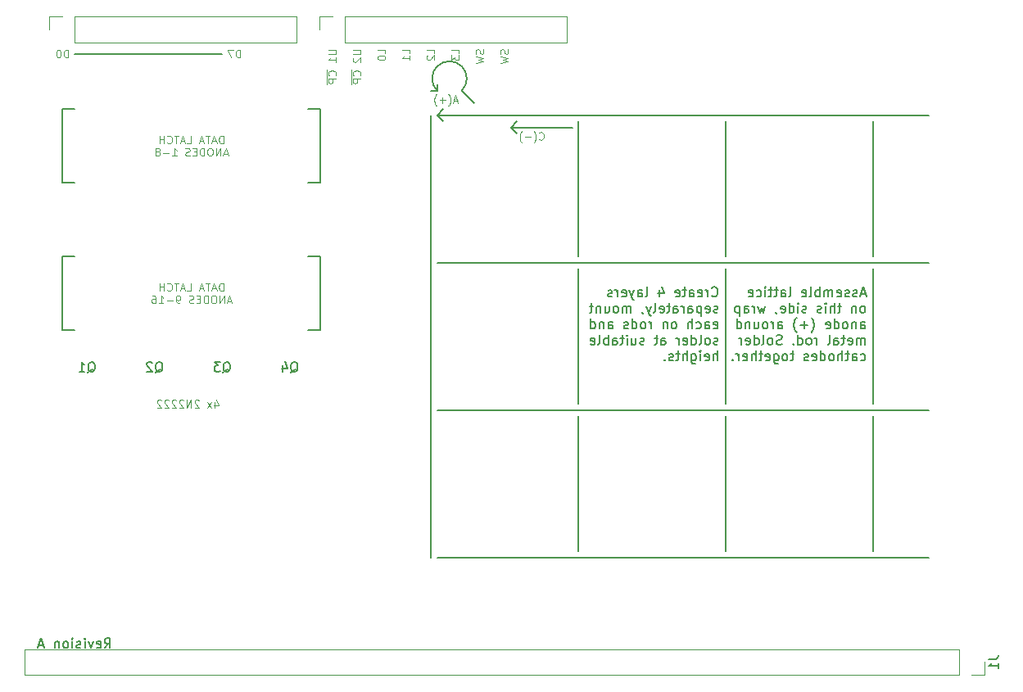
<source format=gbo>
G04 #@! TF.FileFunction,Legend,Bot*
%FSLAX46Y46*%
G04 Gerber Fmt 4.6, Leading zero omitted, Abs format (unit mm)*
G04 Created by KiCad (PCBNEW 4.0.7) date 12/31/19 01:12:01*
%MOMM*%
%LPD*%
G01*
G04 APERTURE LIST*
%ADD10C,0.100000*%
%ADD11C,0.200000*%
%ADD12C,0.150000*%
%ADD13C,0.120000*%
G04 APERTURE END LIST*
D10*
X144983047Y-87382333D02*
X144602095Y-87382333D01*
X145059238Y-87610905D02*
X144792571Y-86810905D01*
X144525904Y-87610905D01*
X144030666Y-87915667D02*
X144068762Y-87877571D01*
X144144952Y-87763286D01*
X144183047Y-87687095D01*
X144221143Y-87572810D01*
X144259238Y-87382333D01*
X144259238Y-87229952D01*
X144221143Y-87039476D01*
X144183047Y-86925190D01*
X144144952Y-86849000D01*
X144068762Y-86734714D01*
X144030666Y-86696619D01*
X143725905Y-87306143D02*
X143116381Y-87306143D01*
X143421143Y-87610905D02*
X143421143Y-87001381D01*
X142811619Y-87915667D02*
X142773524Y-87877571D01*
X142697334Y-87763286D01*
X142659238Y-87687095D01*
X142621143Y-87572810D01*
X142583048Y-87382333D01*
X142583048Y-87229952D01*
X142621143Y-87039476D01*
X142659238Y-86925190D01*
X142697334Y-86849000D01*
X142773524Y-86734714D01*
X142811619Y-86696619D01*
X153434952Y-91344714D02*
X153473047Y-91382810D01*
X153587333Y-91420905D01*
X153663523Y-91420905D01*
X153777809Y-91382810D01*
X153854000Y-91306619D01*
X153892095Y-91230429D01*
X153930190Y-91078048D01*
X153930190Y-90963762D01*
X153892095Y-90811381D01*
X153854000Y-90735190D01*
X153777809Y-90659000D01*
X153663523Y-90620905D01*
X153587333Y-90620905D01*
X153473047Y-90659000D01*
X153434952Y-90697095D01*
X152863523Y-91725667D02*
X152901619Y-91687571D01*
X152977809Y-91573286D01*
X153015904Y-91497095D01*
X153054000Y-91382810D01*
X153092095Y-91192333D01*
X153092095Y-91039952D01*
X153054000Y-90849476D01*
X153015904Y-90735190D01*
X152977809Y-90659000D01*
X152901619Y-90544714D01*
X152863523Y-90506619D01*
X152558762Y-91116143D02*
X151949238Y-91116143D01*
X151644476Y-91725667D02*
X151606381Y-91687571D01*
X151530191Y-91573286D01*
X151492095Y-91497095D01*
X151454000Y-91382810D01*
X151415905Y-91192333D01*
X151415905Y-91039952D01*
X151454000Y-90849476D01*
X151492095Y-90735190D01*
X151530191Y-90659000D01*
X151606381Y-90544714D01*
X151644476Y-90506619D01*
D11*
X156845000Y-90170000D02*
X150495000Y-90170000D01*
X150495000Y-90170000D02*
X151130000Y-90805000D01*
X150495000Y-90170000D02*
X151130000Y-89535000D01*
D12*
X171275476Y-107547143D02*
X171323095Y-107594762D01*
X171465952Y-107642381D01*
X171561190Y-107642381D01*
X171704048Y-107594762D01*
X171799286Y-107499524D01*
X171846905Y-107404286D01*
X171894524Y-107213810D01*
X171894524Y-107070952D01*
X171846905Y-106880476D01*
X171799286Y-106785238D01*
X171704048Y-106690000D01*
X171561190Y-106642381D01*
X171465952Y-106642381D01*
X171323095Y-106690000D01*
X171275476Y-106737619D01*
X170846905Y-107642381D02*
X170846905Y-106975714D01*
X170846905Y-107166190D02*
X170799286Y-107070952D01*
X170751667Y-107023333D01*
X170656429Y-106975714D01*
X170561190Y-106975714D01*
X169846904Y-107594762D02*
X169942142Y-107642381D01*
X170132619Y-107642381D01*
X170227857Y-107594762D01*
X170275476Y-107499524D01*
X170275476Y-107118571D01*
X170227857Y-107023333D01*
X170132619Y-106975714D01*
X169942142Y-106975714D01*
X169846904Y-107023333D01*
X169799285Y-107118571D01*
X169799285Y-107213810D01*
X170275476Y-107309048D01*
X168942142Y-107642381D02*
X168942142Y-107118571D01*
X168989761Y-107023333D01*
X169084999Y-106975714D01*
X169275476Y-106975714D01*
X169370714Y-107023333D01*
X168942142Y-107594762D02*
X169037380Y-107642381D01*
X169275476Y-107642381D01*
X169370714Y-107594762D01*
X169418333Y-107499524D01*
X169418333Y-107404286D01*
X169370714Y-107309048D01*
X169275476Y-107261429D01*
X169037380Y-107261429D01*
X168942142Y-107213810D01*
X168608809Y-106975714D02*
X168227857Y-106975714D01*
X168465952Y-106642381D02*
X168465952Y-107499524D01*
X168418333Y-107594762D01*
X168323095Y-107642381D01*
X168227857Y-107642381D01*
X167513570Y-107594762D02*
X167608808Y-107642381D01*
X167799285Y-107642381D01*
X167894523Y-107594762D01*
X167942142Y-107499524D01*
X167942142Y-107118571D01*
X167894523Y-107023333D01*
X167799285Y-106975714D01*
X167608808Y-106975714D01*
X167513570Y-107023333D01*
X167465951Y-107118571D01*
X167465951Y-107213810D01*
X167942142Y-107309048D01*
X165846903Y-106975714D02*
X165846903Y-107642381D01*
X166084999Y-106594762D02*
X166323094Y-107309048D01*
X165704046Y-107309048D01*
X164418332Y-107642381D02*
X164513570Y-107594762D01*
X164561189Y-107499524D01*
X164561189Y-106642381D01*
X163608807Y-107642381D02*
X163608807Y-107118571D01*
X163656426Y-107023333D01*
X163751664Y-106975714D01*
X163942141Y-106975714D01*
X164037379Y-107023333D01*
X163608807Y-107594762D02*
X163704045Y-107642381D01*
X163942141Y-107642381D01*
X164037379Y-107594762D01*
X164084998Y-107499524D01*
X164084998Y-107404286D01*
X164037379Y-107309048D01*
X163942141Y-107261429D01*
X163704045Y-107261429D01*
X163608807Y-107213810D01*
X163227855Y-106975714D02*
X162989760Y-107642381D01*
X162751664Y-106975714D02*
X162989760Y-107642381D01*
X163084998Y-107880476D01*
X163132617Y-107928095D01*
X163227855Y-107975714D01*
X161989759Y-107594762D02*
X162084997Y-107642381D01*
X162275474Y-107642381D01*
X162370712Y-107594762D01*
X162418331Y-107499524D01*
X162418331Y-107118571D01*
X162370712Y-107023333D01*
X162275474Y-106975714D01*
X162084997Y-106975714D01*
X161989759Y-107023333D01*
X161942140Y-107118571D01*
X161942140Y-107213810D01*
X162418331Y-107309048D01*
X161513569Y-107642381D02*
X161513569Y-106975714D01*
X161513569Y-107166190D02*
X161465950Y-107070952D01*
X161418331Y-107023333D01*
X161323093Y-106975714D01*
X161227854Y-106975714D01*
X160942140Y-107594762D02*
X160846902Y-107642381D01*
X160656426Y-107642381D01*
X160561187Y-107594762D01*
X160513568Y-107499524D01*
X160513568Y-107451905D01*
X160561187Y-107356667D01*
X160656426Y-107309048D01*
X160799283Y-107309048D01*
X160894521Y-107261429D01*
X160942140Y-107166190D01*
X160942140Y-107118571D01*
X160894521Y-107023333D01*
X160799283Y-106975714D01*
X160656426Y-106975714D01*
X160561187Y-107023333D01*
X171894524Y-109244762D02*
X171799286Y-109292381D01*
X171608810Y-109292381D01*
X171513571Y-109244762D01*
X171465952Y-109149524D01*
X171465952Y-109101905D01*
X171513571Y-109006667D01*
X171608810Y-108959048D01*
X171751667Y-108959048D01*
X171846905Y-108911429D01*
X171894524Y-108816190D01*
X171894524Y-108768571D01*
X171846905Y-108673333D01*
X171751667Y-108625714D01*
X171608810Y-108625714D01*
X171513571Y-108673333D01*
X170656428Y-109244762D02*
X170751666Y-109292381D01*
X170942143Y-109292381D01*
X171037381Y-109244762D01*
X171085000Y-109149524D01*
X171085000Y-108768571D01*
X171037381Y-108673333D01*
X170942143Y-108625714D01*
X170751666Y-108625714D01*
X170656428Y-108673333D01*
X170608809Y-108768571D01*
X170608809Y-108863810D01*
X171085000Y-108959048D01*
X170180238Y-108625714D02*
X170180238Y-109625714D01*
X170180238Y-108673333D02*
X170085000Y-108625714D01*
X169894523Y-108625714D01*
X169799285Y-108673333D01*
X169751666Y-108720952D01*
X169704047Y-108816190D01*
X169704047Y-109101905D01*
X169751666Y-109197143D01*
X169799285Y-109244762D01*
X169894523Y-109292381D01*
X170085000Y-109292381D01*
X170180238Y-109244762D01*
X168846904Y-109292381D02*
X168846904Y-108768571D01*
X168894523Y-108673333D01*
X168989761Y-108625714D01*
X169180238Y-108625714D01*
X169275476Y-108673333D01*
X168846904Y-109244762D02*
X168942142Y-109292381D01*
X169180238Y-109292381D01*
X169275476Y-109244762D01*
X169323095Y-109149524D01*
X169323095Y-109054286D01*
X169275476Y-108959048D01*
X169180238Y-108911429D01*
X168942142Y-108911429D01*
X168846904Y-108863810D01*
X168370714Y-109292381D02*
X168370714Y-108625714D01*
X168370714Y-108816190D02*
X168323095Y-108720952D01*
X168275476Y-108673333D01*
X168180238Y-108625714D01*
X168084999Y-108625714D01*
X167323094Y-109292381D02*
X167323094Y-108768571D01*
X167370713Y-108673333D01*
X167465951Y-108625714D01*
X167656428Y-108625714D01*
X167751666Y-108673333D01*
X167323094Y-109244762D02*
X167418332Y-109292381D01*
X167656428Y-109292381D01*
X167751666Y-109244762D01*
X167799285Y-109149524D01*
X167799285Y-109054286D01*
X167751666Y-108959048D01*
X167656428Y-108911429D01*
X167418332Y-108911429D01*
X167323094Y-108863810D01*
X166989761Y-108625714D02*
X166608809Y-108625714D01*
X166846904Y-108292381D02*
X166846904Y-109149524D01*
X166799285Y-109244762D01*
X166704047Y-109292381D01*
X166608809Y-109292381D01*
X165894522Y-109244762D02*
X165989760Y-109292381D01*
X166180237Y-109292381D01*
X166275475Y-109244762D01*
X166323094Y-109149524D01*
X166323094Y-108768571D01*
X166275475Y-108673333D01*
X166180237Y-108625714D01*
X165989760Y-108625714D01*
X165894522Y-108673333D01*
X165846903Y-108768571D01*
X165846903Y-108863810D01*
X166323094Y-108959048D01*
X165275475Y-109292381D02*
X165370713Y-109244762D01*
X165418332Y-109149524D01*
X165418332Y-108292381D01*
X164989760Y-108625714D02*
X164751665Y-109292381D01*
X164513569Y-108625714D02*
X164751665Y-109292381D01*
X164846903Y-109530476D01*
X164894522Y-109578095D01*
X164989760Y-109625714D01*
X164084998Y-109244762D02*
X164084998Y-109292381D01*
X164132617Y-109387619D01*
X164180236Y-109435238D01*
X162894522Y-109292381D02*
X162894522Y-108625714D01*
X162894522Y-108720952D02*
X162846903Y-108673333D01*
X162751665Y-108625714D01*
X162608807Y-108625714D01*
X162513569Y-108673333D01*
X162465950Y-108768571D01*
X162465950Y-109292381D01*
X162465950Y-108768571D02*
X162418331Y-108673333D01*
X162323093Y-108625714D01*
X162180236Y-108625714D01*
X162084998Y-108673333D01*
X162037379Y-108768571D01*
X162037379Y-109292381D01*
X161418332Y-109292381D02*
X161513570Y-109244762D01*
X161561189Y-109197143D01*
X161608808Y-109101905D01*
X161608808Y-108816190D01*
X161561189Y-108720952D01*
X161513570Y-108673333D01*
X161418332Y-108625714D01*
X161275474Y-108625714D01*
X161180236Y-108673333D01*
X161132617Y-108720952D01*
X161084998Y-108816190D01*
X161084998Y-109101905D01*
X161132617Y-109197143D01*
X161180236Y-109244762D01*
X161275474Y-109292381D01*
X161418332Y-109292381D01*
X160227855Y-108625714D02*
X160227855Y-109292381D01*
X160656427Y-108625714D02*
X160656427Y-109149524D01*
X160608808Y-109244762D01*
X160513570Y-109292381D01*
X160370712Y-109292381D01*
X160275474Y-109244762D01*
X160227855Y-109197143D01*
X159751665Y-108625714D02*
X159751665Y-109292381D01*
X159751665Y-108720952D02*
X159704046Y-108673333D01*
X159608808Y-108625714D01*
X159465950Y-108625714D01*
X159370712Y-108673333D01*
X159323093Y-108768571D01*
X159323093Y-109292381D01*
X158989760Y-108625714D02*
X158608808Y-108625714D01*
X158846903Y-108292381D02*
X158846903Y-109149524D01*
X158799284Y-109244762D01*
X158704046Y-109292381D01*
X158608808Y-109292381D01*
X171465952Y-110894762D02*
X171561190Y-110942381D01*
X171751667Y-110942381D01*
X171846905Y-110894762D01*
X171894524Y-110799524D01*
X171894524Y-110418571D01*
X171846905Y-110323333D01*
X171751667Y-110275714D01*
X171561190Y-110275714D01*
X171465952Y-110323333D01*
X171418333Y-110418571D01*
X171418333Y-110513810D01*
X171894524Y-110609048D01*
X170561190Y-110942381D02*
X170561190Y-110418571D01*
X170608809Y-110323333D01*
X170704047Y-110275714D01*
X170894524Y-110275714D01*
X170989762Y-110323333D01*
X170561190Y-110894762D02*
X170656428Y-110942381D01*
X170894524Y-110942381D01*
X170989762Y-110894762D01*
X171037381Y-110799524D01*
X171037381Y-110704286D01*
X170989762Y-110609048D01*
X170894524Y-110561429D01*
X170656428Y-110561429D01*
X170561190Y-110513810D01*
X169656428Y-110894762D02*
X169751666Y-110942381D01*
X169942143Y-110942381D01*
X170037381Y-110894762D01*
X170085000Y-110847143D01*
X170132619Y-110751905D01*
X170132619Y-110466190D01*
X170085000Y-110370952D01*
X170037381Y-110323333D01*
X169942143Y-110275714D01*
X169751666Y-110275714D01*
X169656428Y-110323333D01*
X169227857Y-110942381D02*
X169227857Y-109942381D01*
X168799285Y-110942381D02*
X168799285Y-110418571D01*
X168846904Y-110323333D01*
X168942142Y-110275714D01*
X169085000Y-110275714D01*
X169180238Y-110323333D01*
X169227857Y-110370952D01*
X167418333Y-110942381D02*
X167513571Y-110894762D01*
X167561190Y-110847143D01*
X167608809Y-110751905D01*
X167608809Y-110466190D01*
X167561190Y-110370952D01*
X167513571Y-110323333D01*
X167418333Y-110275714D01*
X167275475Y-110275714D01*
X167180237Y-110323333D01*
X167132618Y-110370952D01*
X167084999Y-110466190D01*
X167084999Y-110751905D01*
X167132618Y-110847143D01*
X167180237Y-110894762D01*
X167275475Y-110942381D01*
X167418333Y-110942381D01*
X166656428Y-110275714D02*
X166656428Y-110942381D01*
X166656428Y-110370952D02*
X166608809Y-110323333D01*
X166513571Y-110275714D01*
X166370713Y-110275714D01*
X166275475Y-110323333D01*
X166227856Y-110418571D01*
X166227856Y-110942381D01*
X164989761Y-110942381D02*
X164989761Y-110275714D01*
X164989761Y-110466190D02*
X164942142Y-110370952D01*
X164894523Y-110323333D01*
X164799285Y-110275714D01*
X164704046Y-110275714D01*
X164227856Y-110942381D02*
X164323094Y-110894762D01*
X164370713Y-110847143D01*
X164418332Y-110751905D01*
X164418332Y-110466190D01*
X164370713Y-110370952D01*
X164323094Y-110323333D01*
X164227856Y-110275714D01*
X164084998Y-110275714D01*
X163989760Y-110323333D01*
X163942141Y-110370952D01*
X163894522Y-110466190D01*
X163894522Y-110751905D01*
X163942141Y-110847143D01*
X163989760Y-110894762D01*
X164084998Y-110942381D01*
X164227856Y-110942381D01*
X163037379Y-110942381D02*
X163037379Y-109942381D01*
X163037379Y-110894762D02*
X163132617Y-110942381D01*
X163323094Y-110942381D01*
X163418332Y-110894762D01*
X163465951Y-110847143D01*
X163513570Y-110751905D01*
X163513570Y-110466190D01*
X163465951Y-110370952D01*
X163418332Y-110323333D01*
X163323094Y-110275714D01*
X163132617Y-110275714D01*
X163037379Y-110323333D01*
X162608808Y-110894762D02*
X162513570Y-110942381D01*
X162323094Y-110942381D01*
X162227855Y-110894762D01*
X162180236Y-110799524D01*
X162180236Y-110751905D01*
X162227855Y-110656667D01*
X162323094Y-110609048D01*
X162465951Y-110609048D01*
X162561189Y-110561429D01*
X162608808Y-110466190D01*
X162608808Y-110418571D01*
X162561189Y-110323333D01*
X162465951Y-110275714D01*
X162323094Y-110275714D01*
X162227855Y-110323333D01*
X160561188Y-110942381D02*
X160561188Y-110418571D01*
X160608807Y-110323333D01*
X160704045Y-110275714D01*
X160894522Y-110275714D01*
X160989760Y-110323333D01*
X160561188Y-110894762D02*
X160656426Y-110942381D01*
X160894522Y-110942381D01*
X160989760Y-110894762D01*
X161037379Y-110799524D01*
X161037379Y-110704286D01*
X160989760Y-110609048D01*
X160894522Y-110561429D01*
X160656426Y-110561429D01*
X160561188Y-110513810D01*
X160084998Y-110275714D02*
X160084998Y-110942381D01*
X160084998Y-110370952D02*
X160037379Y-110323333D01*
X159942141Y-110275714D01*
X159799283Y-110275714D01*
X159704045Y-110323333D01*
X159656426Y-110418571D01*
X159656426Y-110942381D01*
X158751664Y-110942381D02*
X158751664Y-109942381D01*
X158751664Y-110894762D02*
X158846902Y-110942381D01*
X159037379Y-110942381D01*
X159132617Y-110894762D01*
X159180236Y-110847143D01*
X159227855Y-110751905D01*
X159227855Y-110466190D01*
X159180236Y-110370952D01*
X159132617Y-110323333D01*
X159037379Y-110275714D01*
X158846902Y-110275714D01*
X158751664Y-110323333D01*
X171894524Y-112544762D02*
X171799286Y-112592381D01*
X171608810Y-112592381D01*
X171513571Y-112544762D01*
X171465952Y-112449524D01*
X171465952Y-112401905D01*
X171513571Y-112306667D01*
X171608810Y-112259048D01*
X171751667Y-112259048D01*
X171846905Y-112211429D01*
X171894524Y-112116190D01*
X171894524Y-112068571D01*
X171846905Y-111973333D01*
X171751667Y-111925714D01*
X171608810Y-111925714D01*
X171513571Y-111973333D01*
X170894524Y-112592381D02*
X170989762Y-112544762D01*
X171037381Y-112497143D01*
X171085000Y-112401905D01*
X171085000Y-112116190D01*
X171037381Y-112020952D01*
X170989762Y-111973333D01*
X170894524Y-111925714D01*
X170751666Y-111925714D01*
X170656428Y-111973333D01*
X170608809Y-112020952D01*
X170561190Y-112116190D01*
X170561190Y-112401905D01*
X170608809Y-112497143D01*
X170656428Y-112544762D01*
X170751666Y-112592381D01*
X170894524Y-112592381D01*
X169989762Y-112592381D02*
X170085000Y-112544762D01*
X170132619Y-112449524D01*
X170132619Y-111592381D01*
X169180237Y-112592381D02*
X169180237Y-111592381D01*
X169180237Y-112544762D02*
X169275475Y-112592381D01*
X169465952Y-112592381D01*
X169561190Y-112544762D01*
X169608809Y-112497143D01*
X169656428Y-112401905D01*
X169656428Y-112116190D01*
X169608809Y-112020952D01*
X169561190Y-111973333D01*
X169465952Y-111925714D01*
X169275475Y-111925714D01*
X169180237Y-111973333D01*
X168323094Y-112544762D02*
X168418332Y-112592381D01*
X168608809Y-112592381D01*
X168704047Y-112544762D01*
X168751666Y-112449524D01*
X168751666Y-112068571D01*
X168704047Y-111973333D01*
X168608809Y-111925714D01*
X168418332Y-111925714D01*
X168323094Y-111973333D01*
X168275475Y-112068571D01*
X168275475Y-112163810D01*
X168751666Y-112259048D01*
X167846904Y-112592381D02*
X167846904Y-111925714D01*
X167846904Y-112116190D02*
X167799285Y-112020952D01*
X167751666Y-111973333D01*
X167656428Y-111925714D01*
X167561189Y-111925714D01*
X166037379Y-112592381D02*
X166037379Y-112068571D01*
X166084998Y-111973333D01*
X166180236Y-111925714D01*
X166370713Y-111925714D01*
X166465951Y-111973333D01*
X166037379Y-112544762D02*
X166132617Y-112592381D01*
X166370713Y-112592381D01*
X166465951Y-112544762D01*
X166513570Y-112449524D01*
X166513570Y-112354286D01*
X166465951Y-112259048D01*
X166370713Y-112211429D01*
X166132617Y-112211429D01*
X166037379Y-112163810D01*
X165704046Y-111925714D02*
X165323094Y-111925714D01*
X165561189Y-111592381D02*
X165561189Y-112449524D01*
X165513570Y-112544762D01*
X165418332Y-112592381D01*
X165323094Y-112592381D01*
X164275474Y-112544762D02*
X164180236Y-112592381D01*
X163989760Y-112592381D01*
X163894521Y-112544762D01*
X163846902Y-112449524D01*
X163846902Y-112401905D01*
X163894521Y-112306667D01*
X163989760Y-112259048D01*
X164132617Y-112259048D01*
X164227855Y-112211429D01*
X164275474Y-112116190D01*
X164275474Y-112068571D01*
X164227855Y-111973333D01*
X164132617Y-111925714D01*
X163989760Y-111925714D01*
X163894521Y-111973333D01*
X162989759Y-111925714D02*
X162989759Y-112592381D01*
X163418331Y-111925714D02*
X163418331Y-112449524D01*
X163370712Y-112544762D01*
X163275474Y-112592381D01*
X163132616Y-112592381D01*
X163037378Y-112544762D01*
X162989759Y-112497143D01*
X162513569Y-112592381D02*
X162513569Y-111925714D01*
X162513569Y-111592381D02*
X162561188Y-111640000D01*
X162513569Y-111687619D01*
X162465950Y-111640000D01*
X162513569Y-111592381D01*
X162513569Y-111687619D01*
X162180236Y-111925714D02*
X161799284Y-111925714D01*
X162037379Y-111592381D02*
X162037379Y-112449524D01*
X161989760Y-112544762D01*
X161894522Y-112592381D01*
X161799284Y-112592381D01*
X161037378Y-112592381D02*
X161037378Y-112068571D01*
X161084997Y-111973333D01*
X161180235Y-111925714D01*
X161370712Y-111925714D01*
X161465950Y-111973333D01*
X161037378Y-112544762D02*
X161132616Y-112592381D01*
X161370712Y-112592381D01*
X161465950Y-112544762D01*
X161513569Y-112449524D01*
X161513569Y-112354286D01*
X161465950Y-112259048D01*
X161370712Y-112211429D01*
X161132616Y-112211429D01*
X161037378Y-112163810D01*
X160561188Y-112592381D02*
X160561188Y-111592381D01*
X160561188Y-111973333D02*
X160465950Y-111925714D01*
X160275473Y-111925714D01*
X160180235Y-111973333D01*
X160132616Y-112020952D01*
X160084997Y-112116190D01*
X160084997Y-112401905D01*
X160132616Y-112497143D01*
X160180235Y-112544762D01*
X160275473Y-112592381D01*
X160465950Y-112592381D01*
X160561188Y-112544762D01*
X159513569Y-112592381D02*
X159608807Y-112544762D01*
X159656426Y-112449524D01*
X159656426Y-111592381D01*
X158751663Y-112544762D02*
X158846901Y-112592381D01*
X159037378Y-112592381D01*
X159132616Y-112544762D01*
X159180235Y-112449524D01*
X159180235Y-112068571D01*
X159132616Y-111973333D01*
X159037378Y-111925714D01*
X158846901Y-111925714D01*
X158751663Y-111973333D01*
X158704044Y-112068571D01*
X158704044Y-112163810D01*
X159180235Y-112259048D01*
X171846905Y-114242381D02*
X171846905Y-113242381D01*
X171418333Y-114242381D02*
X171418333Y-113718571D01*
X171465952Y-113623333D01*
X171561190Y-113575714D01*
X171704048Y-113575714D01*
X171799286Y-113623333D01*
X171846905Y-113670952D01*
X170561190Y-114194762D02*
X170656428Y-114242381D01*
X170846905Y-114242381D01*
X170942143Y-114194762D01*
X170989762Y-114099524D01*
X170989762Y-113718571D01*
X170942143Y-113623333D01*
X170846905Y-113575714D01*
X170656428Y-113575714D01*
X170561190Y-113623333D01*
X170513571Y-113718571D01*
X170513571Y-113813810D01*
X170989762Y-113909048D01*
X170085000Y-114242381D02*
X170085000Y-113575714D01*
X170085000Y-113242381D02*
X170132619Y-113290000D01*
X170085000Y-113337619D01*
X170037381Y-113290000D01*
X170085000Y-113242381D01*
X170085000Y-113337619D01*
X169180238Y-113575714D02*
X169180238Y-114385238D01*
X169227857Y-114480476D01*
X169275476Y-114528095D01*
X169370715Y-114575714D01*
X169513572Y-114575714D01*
X169608810Y-114528095D01*
X169180238Y-114194762D02*
X169275476Y-114242381D01*
X169465953Y-114242381D01*
X169561191Y-114194762D01*
X169608810Y-114147143D01*
X169656429Y-114051905D01*
X169656429Y-113766190D01*
X169608810Y-113670952D01*
X169561191Y-113623333D01*
X169465953Y-113575714D01*
X169275476Y-113575714D01*
X169180238Y-113623333D01*
X168704048Y-114242381D02*
X168704048Y-113242381D01*
X168275476Y-114242381D02*
X168275476Y-113718571D01*
X168323095Y-113623333D01*
X168418333Y-113575714D01*
X168561191Y-113575714D01*
X168656429Y-113623333D01*
X168704048Y-113670952D01*
X167942143Y-113575714D02*
X167561191Y-113575714D01*
X167799286Y-113242381D02*
X167799286Y-114099524D01*
X167751667Y-114194762D01*
X167656429Y-114242381D01*
X167561191Y-114242381D01*
X167275476Y-114194762D02*
X167180238Y-114242381D01*
X166989762Y-114242381D01*
X166894523Y-114194762D01*
X166846904Y-114099524D01*
X166846904Y-114051905D01*
X166894523Y-113956667D01*
X166989762Y-113909048D01*
X167132619Y-113909048D01*
X167227857Y-113861429D01*
X167275476Y-113766190D01*
X167275476Y-113718571D01*
X167227857Y-113623333D01*
X167132619Y-113575714D01*
X166989762Y-113575714D01*
X166894523Y-113623333D01*
X166418333Y-114147143D02*
X166370714Y-114194762D01*
X166418333Y-114242381D01*
X166465952Y-114194762D01*
X166418333Y-114147143D01*
X166418333Y-114242381D01*
X187134524Y-107356667D02*
X186658333Y-107356667D01*
X187229762Y-107642381D02*
X186896429Y-106642381D01*
X186563095Y-107642381D01*
X186277381Y-107594762D02*
X186182143Y-107642381D01*
X185991667Y-107642381D01*
X185896428Y-107594762D01*
X185848809Y-107499524D01*
X185848809Y-107451905D01*
X185896428Y-107356667D01*
X185991667Y-107309048D01*
X186134524Y-107309048D01*
X186229762Y-107261429D01*
X186277381Y-107166190D01*
X186277381Y-107118571D01*
X186229762Y-107023333D01*
X186134524Y-106975714D01*
X185991667Y-106975714D01*
X185896428Y-107023333D01*
X185467857Y-107594762D02*
X185372619Y-107642381D01*
X185182143Y-107642381D01*
X185086904Y-107594762D01*
X185039285Y-107499524D01*
X185039285Y-107451905D01*
X185086904Y-107356667D01*
X185182143Y-107309048D01*
X185325000Y-107309048D01*
X185420238Y-107261429D01*
X185467857Y-107166190D01*
X185467857Y-107118571D01*
X185420238Y-107023333D01*
X185325000Y-106975714D01*
X185182143Y-106975714D01*
X185086904Y-107023333D01*
X184229761Y-107594762D02*
X184324999Y-107642381D01*
X184515476Y-107642381D01*
X184610714Y-107594762D01*
X184658333Y-107499524D01*
X184658333Y-107118571D01*
X184610714Y-107023333D01*
X184515476Y-106975714D01*
X184324999Y-106975714D01*
X184229761Y-107023333D01*
X184182142Y-107118571D01*
X184182142Y-107213810D01*
X184658333Y-107309048D01*
X183753571Y-107642381D02*
X183753571Y-106975714D01*
X183753571Y-107070952D02*
X183705952Y-107023333D01*
X183610714Y-106975714D01*
X183467856Y-106975714D01*
X183372618Y-107023333D01*
X183324999Y-107118571D01*
X183324999Y-107642381D01*
X183324999Y-107118571D02*
X183277380Y-107023333D01*
X183182142Y-106975714D01*
X183039285Y-106975714D01*
X182944047Y-107023333D01*
X182896428Y-107118571D01*
X182896428Y-107642381D01*
X182420238Y-107642381D02*
X182420238Y-106642381D01*
X182420238Y-107023333D02*
X182325000Y-106975714D01*
X182134523Y-106975714D01*
X182039285Y-107023333D01*
X181991666Y-107070952D01*
X181944047Y-107166190D01*
X181944047Y-107451905D01*
X181991666Y-107547143D01*
X182039285Y-107594762D01*
X182134523Y-107642381D01*
X182325000Y-107642381D01*
X182420238Y-107594762D01*
X181372619Y-107642381D02*
X181467857Y-107594762D01*
X181515476Y-107499524D01*
X181515476Y-106642381D01*
X180610713Y-107594762D02*
X180705951Y-107642381D01*
X180896428Y-107642381D01*
X180991666Y-107594762D01*
X181039285Y-107499524D01*
X181039285Y-107118571D01*
X180991666Y-107023333D01*
X180896428Y-106975714D01*
X180705951Y-106975714D01*
X180610713Y-107023333D01*
X180563094Y-107118571D01*
X180563094Y-107213810D01*
X181039285Y-107309048D01*
X179229761Y-107642381D02*
X179324999Y-107594762D01*
X179372618Y-107499524D01*
X179372618Y-106642381D01*
X178420236Y-107642381D02*
X178420236Y-107118571D01*
X178467855Y-107023333D01*
X178563093Y-106975714D01*
X178753570Y-106975714D01*
X178848808Y-107023333D01*
X178420236Y-107594762D02*
X178515474Y-107642381D01*
X178753570Y-107642381D01*
X178848808Y-107594762D01*
X178896427Y-107499524D01*
X178896427Y-107404286D01*
X178848808Y-107309048D01*
X178753570Y-107261429D01*
X178515474Y-107261429D01*
X178420236Y-107213810D01*
X178086903Y-106975714D02*
X177705951Y-106975714D01*
X177944046Y-106642381D02*
X177944046Y-107499524D01*
X177896427Y-107594762D01*
X177801189Y-107642381D01*
X177705951Y-107642381D01*
X177515474Y-106975714D02*
X177134522Y-106975714D01*
X177372617Y-106642381D02*
X177372617Y-107499524D01*
X177324998Y-107594762D01*
X177229760Y-107642381D01*
X177134522Y-107642381D01*
X176801188Y-107642381D02*
X176801188Y-106975714D01*
X176801188Y-106642381D02*
X176848807Y-106690000D01*
X176801188Y-106737619D01*
X176753569Y-106690000D01*
X176801188Y-106642381D01*
X176801188Y-106737619D01*
X175896426Y-107594762D02*
X175991664Y-107642381D01*
X176182141Y-107642381D01*
X176277379Y-107594762D01*
X176324998Y-107547143D01*
X176372617Y-107451905D01*
X176372617Y-107166190D01*
X176324998Y-107070952D01*
X176277379Y-107023333D01*
X176182141Y-106975714D01*
X175991664Y-106975714D01*
X175896426Y-107023333D01*
X175086902Y-107594762D02*
X175182140Y-107642381D01*
X175372617Y-107642381D01*
X175467855Y-107594762D01*
X175515474Y-107499524D01*
X175515474Y-107118571D01*
X175467855Y-107023333D01*
X175372617Y-106975714D01*
X175182140Y-106975714D01*
X175086902Y-107023333D01*
X175039283Y-107118571D01*
X175039283Y-107213810D01*
X175515474Y-107309048D01*
X186944048Y-109292381D02*
X187039286Y-109244762D01*
X187086905Y-109197143D01*
X187134524Y-109101905D01*
X187134524Y-108816190D01*
X187086905Y-108720952D01*
X187039286Y-108673333D01*
X186944048Y-108625714D01*
X186801190Y-108625714D01*
X186705952Y-108673333D01*
X186658333Y-108720952D01*
X186610714Y-108816190D01*
X186610714Y-109101905D01*
X186658333Y-109197143D01*
X186705952Y-109244762D01*
X186801190Y-109292381D01*
X186944048Y-109292381D01*
X186182143Y-108625714D02*
X186182143Y-109292381D01*
X186182143Y-108720952D02*
X186134524Y-108673333D01*
X186039286Y-108625714D01*
X185896428Y-108625714D01*
X185801190Y-108673333D01*
X185753571Y-108768571D01*
X185753571Y-109292381D01*
X184658333Y-108625714D02*
X184277381Y-108625714D01*
X184515476Y-108292381D02*
X184515476Y-109149524D01*
X184467857Y-109244762D01*
X184372619Y-109292381D01*
X184277381Y-109292381D01*
X183944047Y-109292381D02*
X183944047Y-108292381D01*
X183515475Y-109292381D02*
X183515475Y-108768571D01*
X183563094Y-108673333D01*
X183658332Y-108625714D01*
X183801190Y-108625714D01*
X183896428Y-108673333D01*
X183944047Y-108720952D01*
X183039285Y-109292381D02*
X183039285Y-108625714D01*
X183039285Y-108292381D02*
X183086904Y-108340000D01*
X183039285Y-108387619D01*
X182991666Y-108340000D01*
X183039285Y-108292381D01*
X183039285Y-108387619D01*
X182610714Y-109244762D02*
X182515476Y-109292381D01*
X182325000Y-109292381D01*
X182229761Y-109244762D01*
X182182142Y-109149524D01*
X182182142Y-109101905D01*
X182229761Y-109006667D01*
X182325000Y-108959048D01*
X182467857Y-108959048D01*
X182563095Y-108911429D01*
X182610714Y-108816190D01*
X182610714Y-108768571D01*
X182563095Y-108673333D01*
X182467857Y-108625714D01*
X182325000Y-108625714D01*
X182229761Y-108673333D01*
X181039285Y-109244762D02*
X180944047Y-109292381D01*
X180753571Y-109292381D01*
X180658332Y-109244762D01*
X180610713Y-109149524D01*
X180610713Y-109101905D01*
X180658332Y-109006667D01*
X180753571Y-108959048D01*
X180896428Y-108959048D01*
X180991666Y-108911429D01*
X181039285Y-108816190D01*
X181039285Y-108768571D01*
X180991666Y-108673333D01*
X180896428Y-108625714D01*
X180753571Y-108625714D01*
X180658332Y-108673333D01*
X180182142Y-109292381D02*
X180182142Y-108625714D01*
X180182142Y-108292381D02*
X180229761Y-108340000D01*
X180182142Y-108387619D01*
X180134523Y-108340000D01*
X180182142Y-108292381D01*
X180182142Y-108387619D01*
X179277380Y-109292381D02*
X179277380Y-108292381D01*
X179277380Y-109244762D02*
X179372618Y-109292381D01*
X179563095Y-109292381D01*
X179658333Y-109244762D01*
X179705952Y-109197143D01*
X179753571Y-109101905D01*
X179753571Y-108816190D01*
X179705952Y-108720952D01*
X179658333Y-108673333D01*
X179563095Y-108625714D01*
X179372618Y-108625714D01*
X179277380Y-108673333D01*
X178420237Y-109244762D02*
X178515475Y-109292381D01*
X178705952Y-109292381D01*
X178801190Y-109244762D01*
X178848809Y-109149524D01*
X178848809Y-108768571D01*
X178801190Y-108673333D01*
X178705952Y-108625714D01*
X178515475Y-108625714D01*
X178420237Y-108673333D01*
X178372618Y-108768571D01*
X178372618Y-108863810D01*
X178848809Y-108959048D01*
X177896428Y-109244762D02*
X177896428Y-109292381D01*
X177944047Y-109387619D01*
X177991666Y-109435238D01*
X176801190Y-108625714D02*
X176610714Y-109292381D01*
X176420237Y-108816190D01*
X176229761Y-109292381D01*
X176039285Y-108625714D01*
X175658333Y-109292381D02*
X175658333Y-108625714D01*
X175658333Y-108816190D02*
X175610714Y-108720952D01*
X175563095Y-108673333D01*
X175467857Y-108625714D01*
X175372618Y-108625714D01*
X174610713Y-109292381D02*
X174610713Y-108768571D01*
X174658332Y-108673333D01*
X174753570Y-108625714D01*
X174944047Y-108625714D01*
X175039285Y-108673333D01*
X174610713Y-109244762D02*
X174705951Y-109292381D01*
X174944047Y-109292381D01*
X175039285Y-109244762D01*
X175086904Y-109149524D01*
X175086904Y-109054286D01*
X175039285Y-108959048D01*
X174944047Y-108911429D01*
X174705951Y-108911429D01*
X174610713Y-108863810D01*
X174134523Y-108625714D02*
X174134523Y-109625714D01*
X174134523Y-108673333D02*
X174039285Y-108625714D01*
X173848808Y-108625714D01*
X173753570Y-108673333D01*
X173705951Y-108720952D01*
X173658332Y-108816190D01*
X173658332Y-109101905D01*
X173705951Y-109197143D01*
X173753570Y-109244762D01*
X173848808Y-109292381D01*
X174039285Y-109292381D01*
X174134523Y-109244762D01*
X186658333Y-110942381D02*
X186658333Y-110418571D01*
X186705952Y-110323333D01*
X186801190Y-110275714D01*
X186991667Y-110275714D01*
X187086905Y-110323333D01*
X186658333Y-110894762D02*
X186753571Y-110942381D01*
X186991667Y-110942381D01*
X187086905Y-110894762D01*
X187134524Y-110799524D01*
X187134524Y-110704286D01*
X187086905Y-110609048D01*
X186991667Y-110561429D01*
X186753571Y-110561429D01*
X186658333Y-110513810D01*
X186182143Y-110275714D02*
X186182143Y-110942381D01*
X186182143Y-110370952D02*
X186134524Y-110323333D01*
X186039286Y-110275714D01*
X185896428Y-110275714D01*
X185801190Y-110323333D01*
X185753571Y-110418571D01*
X185753571Y-110942381D01*
X185134524Y-110942381D02*
X185229762Y-110894762D01*
X185277381Y-110847143D01*
X185325000Y-110751905D01*
X185325000Y-110466190D01*
X185277381Y-110370952D01*
X185229762Y-110323333D01*
X185134524Y-110275714D01*
X184991666Y-110275714D01*
X184896428Y-110323333D01*
X184848809Y-110370952D01*
X184801190Y-110466190D01*
X184801190Y-110751905D01*
X184848809Y-110847143D01*
X184896428Y-110894762D01*
X184991666Y-110942381D01*
X185134524Y-110942381D01*
X183944047Y-110942381D02*
X183944047Y-109942381D01*
X183944047Y-110894762D02*
X184039285Y-110942381D01*
X184229762Y-110942381D01*
X184325000Y-110894762D01*
X184372619Y-110847143D01*
X184420238Y-110751905D01*
X184420238Y-110466190D01*
X184372619Y-110370952D01*
X184325000Y-110323333D01*
X184229762Y-110275714D01*
X184039285Y-110275714D01*
X183944047Y-110323333D01*
X183086904Y-110894762D02*
X183182142Y-110942381D01*
X183372619Y-110942381D01*
X183467857Y-110894762D01*
X183515476Y-110799524D01*
X183515476Y-110418571D01*
X183467857Y-110323333D01*
X183372619Y-110275714D01*
X183182142Y-110275714D01*
X183086904Y-110323333D01*
X183039285Y-110418571D01*
X183039285Y-110513810D01*
X183515476Y-110609048D01*
X181563094Y-111323333D02*
X181610714Y-111275714D01*
X181705952Y-111132857D01*
X181753571Y-111037619D01*
X181801190Y-110894762D01*
X181848809Y-110656667D01*
X181848809Y-110466190D01*
X181801190Y-110228095D01*
X181753571Y-110085238D01*
X181705952Y-109990000D01*
X181610714Y-109847143D01*
X181563094Y-109799524D01*
X181182142Y-110561429D02*
X180420237Y-110561429D01*
X180801189Y-110942381D02*
X180801189Y-110180476D01*
X180039285Y-111323333D02*
X179991666Y-111275714D01*
X179896428Y-111132857D01*
X179848809Y-111037619D01*
X179801190Y-110894762D01*
X179753571Y-110656667D01*
X179753571Y-110466190D01*
X179801190Y-110228095D01*
X179848809Y-110085238D01*
X179896428Y-109990000D01*
X179991666Y-109847143D01*
X180039285Y-109799524D01*
X178086903Y-110942381D02*
X178086903Y-110418571D01*
X178134522Y-110323333D01*
X178229760Y-110275714D01*
X178420237Y-110275714D01*
X178515475Y-110323333D01*
X178086903Y-110894762D02*
X178182141Y-110942381D01*
X178420237Y-110942381D01*
X178515475Y-110894762D01*
X178563094Y-110799524D01*
X178563094Y-110704286D01*
X178515475Y-110609048D01*
X178420237Y-110561429D01*
X178182141Y-110561429D01*
X178086903Y-110513810D01*
X177610713Y-110942381D02*
X177610713Y-110275714D01*
X177610713Y-110466190D02*
X177563094Y-110370952D01*
X177515475Y-110323333D01*
X177420237Y-110275714D01*
X177324998Y-110275714D01*
X176848808Y-110942381D02*
X176944046Y-110894762D01*
X176991665Y-110847143D01*
X177039284Y-110751905D01*
X177039284Y-110466190D01*
X176991665Y-110370952D01*
X176944046Y-110323333D01*
X176848808Y-110275714D01*
X176705950Y-110275714D01*
X176610712Y-110323333D01*
X176563093Y-110370952D01*
X176515474Y-110466190D01*
X176515474Y-110751905D01*
X176563093Y-110847143D01*
X176610712Y-110894762D01*
X176705950Y-110942381D01*
X176848808Y-110942381D01*
X175658331Y-110275714D02*
X175658331Y-110942381D01*
X176086903Y-110275714D02*
X176086903Y-110799524D01*
X176039284Y-110894762D01*
X175944046Y-110942381D01*
X175801188Y-110942381D01*
X175705950Y-110894762D01*
X175658331Y-110847143D01*
X175182141Y-110275714D02*
X175182141Y-110942381D01*
X175182141Y-110370952D02*
X175134522Y-110323333D01*
X175039284Y-110275714D01*
X174896426Y-110275714D01*
X174801188Y-110323333D01*
X174753569Y-110418571D01*
X174753569Y-110942381D01*
X173848807Y-110942381D02*
X173848807Y-109942381D01*
X173848807Y-110894762D02*
X173944045Y-110942381D01*
X174134522Y-110942381D01*
X174229760Y-110894762D01*
X174277379Y-110847143D01*
X174324998Y-110751905D01*
X174324998Y-110466190D01*
X174277379Y-110370952D01*
X174229760Y-110323333D01*
X174134522Y-110275714D01*
X173944045Y-110275714D01*
X173848807Y-110323333D01*
X187086905Y-112592381D02*
X187086905Y-111925714D01*
X187086905Y-112020952D02*
X187039286Y-111973333D01*
X186944048Y-111925714D01*
X186801190Y-111925714D01*
X186705952Y-111973333D01*
X186658333Y-112068571D01*
X186658333Y-112592381D01*
X186658333Y-112068571D02*
X186610714Y-111973333D01*
X186515476Y-111925714D01*
X186372619Y-111925714D01*
X186277381Y-111973333D01*
X186229762Y-112068571D01*
X186229762Y-112592381D01*
X185372619Y-112544762D02*
X185467857Y-112592381D01*
X185658334Y-112592381D01*
X185753572Y-112544762D01*
X185801191Y-112449524D01*
X185801191Y-112068571D01*
X185753572Y-111973333D01*
X185658334Y-111925714D01*
X185467857Y-111925714D01*
X185372619Y-111973333D01*
X185325000Y-112068571D01*
X185325000Y-112163810D01*
X185801191Y-112259048D01*
X185039286Y-111925714D02*
X184658334Y-111925714D01*
X184896429Y-111592381D02*
X184896429Y-112449524D01*
X184848810Y-112544762D01*
X184753572Y-112592381D01*
X184658334Y-112592381D01*
X183896428Y-112592381D02*
X183896428Y-112068571D01*
X183944047Y-111973333D01*
X184039285Y-111925714D01*
X184229762Y-111925714D01*
X184325000Y-111973333D01*
X183896428Y-112544762D02*
X183991666Y-112592381D01*
X184229762Y-112592381D01*
X184325000Y-112544762D01*
X184372619Y-112449524D01*
X184372619Y-112354286D01*
X184325000Y-112259048D01*
X184229762Y-112211429D01*
X183991666Y-112211429D01*
X183896428Y-112163810D01*
X183277381Y-112592381D02*
X183372619Y-112544762D01*
X183420238Y-112449524D01*
X183420238Y-111592381D01*
X182134523Y-112592381D02*
X182134523Y-111925714D01*
X182134523Y-112116190D02*
X182086904Y-112020952D01*
X182039285Y-111973333D01*
X181944047Y-111925714D01*
X181848808Y-111925714D01*
X181372618Y-112592381D02*
X181467856Y-112544762D01*
X181515475Y-112497143D01*
X181563094Y-112401905D01*
X181563094Y-112116190D01*
X181515475Y-112020952D01*
X181467856Y-111973333D01*
X181372618Y-111925714D01*
X181229760Y-111925714D01*
X181134522Y-111973333D01*
X181086903Y-112020952D01*
X181039284Y-112116190D01*
X181039284Y-112401905D01*
X181086903Y-112497143D01*
X181134522Y-112544762D01*
X181229760Y-112592381D01*
X181372618Y-112592381D01*
X180182141Y-112592381D02*
X180182141Y-111592381D01*
X180182141Y-112544762D02*
X180277379Y-112592381D01*
X180467856Y-112592381D01*
X180563094Y-112544762D01*
X180610713Y-112497143D01*
X180658332Y-112401905D01*
X180658332Y-112116190D01*
X180610713Y-112020952D01*
X180563094Y-111973333D01*
X180467856Y-111925714D01*
X180277379Y-111925714D01*
X180182141Y-111973333D01*
X179705951Y-112497143D02*
X179658332Y-112544762D01*
X179705951Y-112592381D01*
X179753570Y-112544762D01*
X179705951Y-112497143D01*
X179705951Y-112592381D01*
X178515475Y-112544762D02*
X178372618Y-112592381D01*
X178134522Y-112592381D01*
X178039284Y-112544762D01*
X177991665Y-112497143D01*
X177944046Y-112401905D01*
X177944046Y-112306667D01*
X177991665Y-112211429D01*
X178039284Y-112163810D01*
X178134522Y-112116190D01*
X178324999Y-112068571D01*
X178420237Y-112020952D01*
X178467856Y-111973333D01*
X178515475Y-111878095D01*
X178515475Y-111782857D01*
X178467856Y-111687619D01*
X178420237Y-111640000D01*
X178324999Y-111592381D01*
X178086903Y-111592381D01*
X177944046Y-111640000D01*
X177372618Y-112592381D02*
X177467856Y-112544762D01*
X177515475Y-112497143D01*
X177563094Y-112401905D01*
X177563094Y-112116190D01*
X177515475Y-112020952D01*
X177467856Y-111973333D01*
X177372618Y-111925714D01*
X177229760Y-111925714D01*
X177134522Y-111973333D01*
X177086903Y-112020952D01*
X177039284Y-112116190D01*
X177039284Y-112401905D01*
X177086903Y-112497143D01*
X177134522Y-112544762D01*
X177229760Y-112592381D01*
X177372618Y-112592381D01*
X176467856Y-112592381D02*
X176563094Y-112544762D01*
X176610713Y-112449524D01*
X176610713Y-111592381D01*
X175658331Y-112592381D02*
X175658331Y-111592381D01*
X175658331Y-112544762D02*
X175753569Y-112592381D01*
X175944046Y-112592381D01*
X176039284Y-112544762D01*
X176086903Y-112497143D01*
X176134522Y-112401905D01*
X176134522Y-112116190D01*
X176086903Y-112020952D01*
X176039284Y-111973333D01*
X175944046Y-111925714D01*
X175753569Y-111925714D01*
X175658331Y-111973333D01*
X174801188Y-112544762D02*
X174896426Y-112592381D01*
X175086903Y-112592381D01*
X175182141Y-112544762D01*
X175229760Y-112449524D01*
X175229760Y-112068571D01*
X175182141Y-111973333D01*
X175086903Y-111925714D01*
X174896426Y-111925714D01*
X174801188Y-111973333D01*
X174753569Y-112068571D01*
X174753569Y-112163810D01*
X175229760Y-112259048D01*
X174324998Y-112592381D02*
X174324998Y-111925714D01*
X174324998Y-112116190D02*
X174277379Y-112020952D01*
X174229760Y-111973333D01*
X174134522Y-111925714D01*
X174039283Y-111925714D01*
X186658333Y-114194762D02*
X186753571Y-114242381D01*
X186944048Y-114242381D01*
X187039286Y-114194762D01*
X187086905Y-114147143D01*
X187134524Y-114051905D01*
X187134524Y-113766190D01*
X187086905Y-113670952D01*
X187039286Y-113623333D01*
X186944048Y-113575714D01*
X186753571Y-113575714D01*
X186658333Y-113623333D01*
X185801190Y-114242381D02*
X185801190Y-113718571D01*
X185848809Y-113623333D01*
X185944047Y-113575714D01*
X186134524Y-113575714D01*
X186229762Y-113623333D01*
X185801190Y-114194762D02*
X185896428Y-114242381D01*
X186134524Y-114242381D01*
X186229762Y-114194762D01*
X186277381Y-114099524D01*
X186277381Y-114004286D01*
X186229762Y-113909048D01*
X186134524Y-113861429D01*
X185896428Y-113861429D01*
X185801190Y-113813810D01*
X185467857Y-113575714D02*
X185086905Y-113575714D01*
X185325000Y-113242381D02*
X185325000Y-114099524D01*
X185277381Y-114194762D01*
X185182143Y-114242381D01*
X185086905Y-114242381D01*
X184753571Y-114242381D02*
X184753571Y-113242381D01*
X184324999Y-114242381D02*
X184324999Y-113718571D01*
X184372618Y-113623333D01*
X184467856Y-113575714D01*
X184610714Y-113575714D01*
X184705952Y-113623333D01*
X184753571Y-113670952D01*
X183705952Y-114242381D02*
X183801190Y-114194762D01*
X183848809Y-114147143D01*
X183896428Y-114051905D01*
X183896428Y-113766190D01*
X183848809Y-113670952D01*
X183801190Y-113623333D01*
X183705952Y-113575714D01*
X183563094Y-113575714D01*
X183467856Y-113623333D01*
X183420237Y-113670952D01*
X183372618Y-113766190D01*
X183372618Y-114051905D01*
X183420237Y-114147143D01*
X183467856Y-114194762D01*
X183563094Y-114242381D01*
X183705952Y-114242381D01*
X182515475Y-114242381D02*
X182515475Y-113242381D01*
X182515475Y-114194762D02*
X182610713Y-114242381D01*
X182801190Y-114242381D01*
X182896428Y-114194762D01*
X182944047Y-114147143D01*
X182991666Y-114051905D01*
X182991666Y-113766190D01*
X182944047Y-113670952D01*
X182896428Y-113623333D01*
X182801190Y-113575714D01*
X182610713Y-113575714D01*
X182515475Y-113623333D01*
X181658332Y-114194762D02*
X181753570Y-114242381D01*
X181944047Y-114242381D01*
X182039285Y-114194762D01*
X182086904Y-114099524D01*
X182086904Y-113718571D01*
X182039285Y-113623333D01*
X181944047Y-113575714D01*
X181753570Y-113575714D01*
X181658332Y-113623333D01*
X181610713Y-113718571D01*
X181610713Y-113813810D01*
X182086904Y-113909048D01*
X181229761Y-114194762D02*
X181134523Y-114242381D01*
X180944047Y-114242381D01*
X180848808Y-114194762D01*
X180801189Y-114099524D01*
X180801189Y-114051905D01*
X180848808Y-113956667D01*
X180944047Y-113909048D01*
X181086904Y-113909048D01*
X181182142Y-113861429D01*
X181229761Y-113766190D01*
X181229761Y-113718571D01*
X181182142Y-113623333D01*
X181086904Y-113575714D01*
X180944047Y-113575714D01*
X180848808Y-113623333D01*
X179753570Y-113575714D02*
X179372618Y-113575714D01*
X179610713Y-113242381D02*
X179610713Y-114099524D01*
X179563094Y-114194762D01*
X179467856Y-114242381D01*
X179372618Y-114242381D01*
X178896427Y-114242381D02*
X178991665Y-114194762D01*
X179039284Y-114147143D01*
X179086903Y-114051905D01*
X179086903Y-113766190D01*
X179039284Y-113670952D01*
X178991665Y-113623333D01*
X178896427Y-113575714D01*
X178753569Y-113575714D01*
X178658331Y-113623333D01*
X178610712Y-113670952D01*
X178563093Y-113766190D01*
X178563093Y-114051905D01*
X178610712Y-114147143D01*
X178658331Y-114194762D01*
X178753569Y-114242381D01*
X178896427Y-114242381D01*
X177705950Y-113575714D02*
X177705950Y-114385238D01*
X177753569Y-114480476D01*
X177801188Y-114528095D01*
X177896427Y-114575714D01*
X178039284Y-114575714D01*
X178134522Y-114528095D01*
X177705950Y-114194762D02*
X177801188Y-114242381D01*
X177991665Y-114242381D01*
X178086903Y-114194762D01*
X178134522Y-114147143D01*
X178182141Y-114051905D01*
X178182141Y-113766190D01*
X178134522Y-113670952D01*
X178086903Y-113623333D01*
X177991665Y-113575714D01*
X177801188Y-113575714D01*
X177705950Y-113623333D01*
X176848807Y-114194762D02*
X176944045Y-114242381D01*
X177134522Y-114242381D01*
X177229760Y-114194762D01*
X177277379Y-114099524D01*
X177277379Y-113718571D01*
X177229760Y-113623333D01*
X177134522Y-113575714D01*
X176944045Y-113575714D01*
X176848807Y-113623333D01*
X176801188Y-113718571D01*
X176801188Y-113813810D01*
X177277379Y-113909048D01*
X176515474Y-113575714D02*
X176134522Y-113575714D01*
X176372617Y-113242381D02*
X176372617Y-114099524D01*
X176324998Y-114194762D01*
X176229760Y-114242381D01*
X176134522Y-114242381D01*
X175801188Y-114242381D02*
X175801188Y-113242381D01*
X175372616Y-114242381D02*
X175372616Y-113718571D01*
X175420235Y-113623333D01*
X175515473Y-113575714D01*
X175658331Y-113575714D01*
X175753569Y-113623333D01*
X175801188Y-113670952D01*
X174515473Y-114194762D02*
X174610711Y-114242381D01*
X174801188Y-114242381D01*
X174896426Y-114194762D01*
X174944045Y-114099524D01*
X174944045Y-113718571D01*
X174896426Y-113623333D01*
X174801188Y-113575714D01*
X174610711Y-113575714D01*
X174515473Y-113623333D01*
X174467854Y-113718571D01*
X174467854Y-113813810D01*
X174944045Y-113909048D01*
X174039283Y-114242381D02*
X174039283Y-113575714D01*
X174039283Y-113766190D02*
X173991664Y-113670952D01*
X173944045Y-113623333D01*
X173848807Y-113575714D01*
X173753568Y-113575714D01*
X173420235Y-114147143D02*
X173372616Y-114194762D01*
X173420235Y-114242381D01*
X173467854Y-114194762D01*
X173420235Y-114147143D01*
X173420235Y-114242381D01*
D10*
X119894001Y-118573571D02*
X119894001Y-119106905D01*
X120084477Y-118268810D02*
X120274953Y-118840238D01*
X119779715Y-118840238D01*
X119551143Y-119106905D02*
X119132096Y-118573571D01*
X119551143Y-118573571D02*
X119132096Y-119106905D01*
X118255905Y-118383095D02*
X118217810Y-118345000D01*
X118141619Y-118306905D01*
X117951143Y-118306905D01*
X117874953Y-118345000D01*
X117836857Y-118383095D01*
X117798762Y-118459286D01*
X117798762Y-118535476D01*
X117836857Y-118649762D01*
X118294000Y-119106905D01*
X117798762Y-119106905D01*
X117455905Y-119106905D02*
X117455905Y-118306905D01*
X116998762Y-119106905D01*
X116998762Y-118306905D01*
X116655905Y-118383095D02*
X116617810Y-118345000D01*
X116541619Y-118306905D01*
X116351143Y-118306905D01*
X116274953Y-118345000D01*
X116236857Y-118383095D01*
X116198762Y-118459286D01*
X116198762Y-118535476D01*
X116236857Y-118649762D01*
X116694000Y-119106905D01*
X116198762Y-119106905D01*
X115894000Y-118383095D02*
X115855905Y-118345000D01*
X115779714Y-118306905D01*
X115589238Y-118306905D01*
X115513048Y-118345000D01*
X115474952Y-118383095D01*
X115436857Y-118459286D01*
X115436857Y-118535476D01*
X115474952Y-118649762D01*
X115932095Y-119106905D01*
X115436857Y-119106905D01*
X115132095Y-118383095D02*
X115094000Y-118345000D01*
X115017809Y-118306905D01*
X114827333Y-118306905D01*
X114751143Y-118345000D01*
X114713047Y-118383095D01*
X114674952Y-118459286D01*
X114674952Y-118535476D01*
X114713047Y-118649762D01*
X115170190Y-119106905D01*
X114674952Y-119106905D01*
X114370190Y-118383095D02*
X114332095Y-118345000D01*
X114255904Y-118306905D01*
X114065428Y-118306905D01*
X113989238Y-118345000D01*
X113951142Y-118383095D01*
X113913047Y-118459286D01*
X113913047Y-118535476D01*
X113951142Y-118649762D01*
X114408285Y-119106905D01*
X113913047Y-119106905D01*
D11*
X105410000Y-82550000D02*
X120650000Y-82550000D01*
D10*
X122510476Y-82911905D02*
X122510476Y-82111905D01*
X122320000Y-82111905D01*
X122205714Y-82150000D01*
X122129523Y-82226190D01*
X122091428Y-82302381D01*
X122053333Y-82454762D01*
X122053333Y-82569048D01*
X122091428Y-82721429D01*
X122129523Y-82797619D01*
X122205714Y-82873810D01*
X122320000Y-82911905D01*
X122510476Y-82911905D01*
X121786666Y-82111905D02*
X121253333Y-82111905D01*
X121596190Y-82911905D01*
X104730476Y-82911905D02*
X104730476Y-82111905D01*
X104540000Y-82111905D01*
X104425714Y-82150000D01*
X104349523Y-82226190D01*
X104311428Y-82302381D01*
X104273333Y-82454762D01*
X104273333Y-82569048D01*
X104311428Y-82721429D01*
X104349523Y-82797619D01*
X104425714Y-82873810D01*
X104540000Y-82911905D01*
X104730476Y-82911905D01*
X103778095Y-82111905D02*
X103701904Y-82111905D01*
X103625714Y-82150000D01*
X103587619Y-82188095D01*
X103549523Y-82264286D01*
X103511428Y-82416667D01*
X103511428Y-82607143D01*
X103549523Y-82759524D01*
X103587619Y-82835714D01*
X103625714Y-82873810D01*
X103701904Y-82911905D01*
X103778095Y-82911905D01*
X103854285Y-82873810D01*
X103892381Y-82835714D01*
X103930476Y-82759524D01*
X103968571Y-82607143D01*
X103968571Y-82416667D01*
X103930476Y-82264286D01*
X103892381Y-82188095D01*
X103854285Y-82150000D01*
X103778095Y-82111905D01*
X134181905Y-82105476D02*
X134829524Y-82105476D01*
X134905714Y-82143571D01*
X134943810Y-82181667D01*
X134981905Y-82257857D01*
X134981905Y-82410238D01*
X134943810Y-82486429D01*
X134905714Y-82524524D01*
X134829524Y-82562619D01*
X134181905Y-82562619D01*
X134258095Y-82905476D02*
X134220000Y-82943571D01*
X134181905Y-83019762D01*
X134181905Y-83210238D01*
X134220000Y-83286428D01*
X134258095Y-83324524D01*
X134334286Y-83362619D01*
X134410476Y-83362619D01*
X134524762Y-83324524D01*
X134981905Y-82867381D01*
X134981905Y-83362619D01*
X134905714Y-84772143D02*
X134943810Y-84734048D01*
X134981905Y-84619762D01*
X134981905Y-84543572D01*
X134943810Y-84429286D01*
X134867619Y-84353095D01*
X134791429Y-84315000D01*
X134639048Y-84276905D01*
X134524762Y-84276905D01*
X134372381Y-84315000D01*
X134296190Y-84353095D01*
X134220000Y-84429286D01*
X134181905Y-84543572D01*
X134181905Y-84619762D01*
X134220000Y-84734048D01*
X134258095Y-84772143D01*
X134981905Y-85115000D02*
X134181905Y-85115000D01*
X134181905Y-85419762D01*
X134220000Y-85495953D01*
X134258095Y-85534048D01*
X134334286Y-85572143D01*
X134448571Y-85572143D01*
X134524762Y-85534048D01*
X134562857Y-85495953D01*
X134600952Y-85419762D01*
X134600952Y-85115000D01*
X134044000Y-84124524D02*
X134044000Y-85724524D01*
X131641905Y-82105476D02*
X132289524Y-82105476D01*
X132365714Y-82143571D01*
X132403810Y-82181667D01*
X132441905Y-82257857D01*
X132441905Y-82410238D01*
X132403810Y-82486429D01*
X132365714Y-82524524D01*
X132289524Y-82562619D01*
X131641905Y-82562619D01*
X132441905Y-83362619D02*
X132441905Y-82905476D01*
X132441905Y-83134047D02*
X131641905Y-83134047D01*
X131756190Y-83057857D01*
X131832381Y-82981666D01*
X131870476Y-82905476D01*
X132365714Y-84772143D02*
X132403810Y-84734048D01*
X132441905Y-84619762D01*
X132441905Y-84543572D01*
X132403810Y-84429286D01*
X132327619Y-84353095D01*
X132251429Y-84315000D01*
X132099048Y-84276905D01*
X131984762Y-84276905D01*
X131832381Y-84315000D01*
X131756190Y-84353095D01*
X131680000Y-84429286D01*
X131641905Y-84543572D01*
X131641905Y-84619762D01*
X131680000Y-84734048D01*
X131718095Y-84772143D01*
X132441905Y-85115000D02*
X131641905Y-85115000D01*
X131641905Y-85419762D01*
X131680000Y-85495953D01*
X131718095Y-85534048D01*
X131794286Y-85572143D01*
X131908571Y-85572143D01*
X131984762Y-85534048D01*
X132022857Y-85495953D01*
X132060952Y-85419762D01*
X132060952Y-85115000D01*
X131504000Y-84124524D02*
X131504000Y-85724524D01*
X150183810Y-82067381D02*
X150221905Y-82181667D01*
X150221905Y-82372143D01*
X150183810Y-82448333D01*
X150145714Y-82486429D01*
X150069524Y-82524524D01*
X149993333Y-82524524D01*
X149917143Y-82486429D01*
X149879048Y-82448333D01*
X149840952Y-82372143D01*
X149802857Y-82219762D01*
X149764762Y-82143571D01*
X149726667Y-82105476D01*
X149650476Y-82067381D01*
X149574286Y-82067381D01*
X149498095Y-82105476D01*
X149460000Y-82143571D01*
X149421905Y-82219762D01*
X149421905Y-82410238D01*
X149460000Y-82524524D01*
X149421905Y-82791191D02*
X150221905Y-82981667D01*
X149650476Y-83134048D01*
X150221905Y-83286429D01*
X149421905Y-83476905D01*
X147643810Y-82067381D02*
X147681905Y-82181667D01*
X147681905Y-82372143D01*
X147643810Y-82448333D01*
X147605714Y-82486429D01*
X147529524Y-82524524D01*
X147453333Y-82524524D01*
X147377143Y-82486429D01*
X147339048Y-82448333D01*
X147300952Y-82372143D01*
X147262857Y-82219762D01*
X147224762Y-82143571D01*
X147186667Y-82105476D01*
X147110476Y-82067381D01*
X147034286Y-82067381D01*
X146958095Y-82105476D01*
X146920000Y-82143571D01*
X146881905Y-82219762D01*
X146881905Y-82410238D01*
X146920000Y-82524524D01*
X146881905Y-82791191D02*
X147681905Y-82981667D01*
X147110476Y-83134048D01*
X147681905Y-83286429D01*
X146881905Y-83476905D01*
X145141905Y-82486429D02*
X145141905Y-82105476D01*
X144341905Y-82105476D01*
X144341905Y-82676905D02*
X144341905Y-83172143D01*
X144646667Y-82905476D01*
X144646667Y-83019762D01*
X144684762Y-83095952D01*
X144722857Y-83134048D01*
X144799048Y-83172143D01*
X144989524Y-83172143D01*
X145065714Y-83134048D01*
X145103810Y-83095952D01*
X145141905Y-83019762D01*
X145141905Y-82791190D01*
X145103810Y-82715000D01*
X145065714Y-82676905D01*
X142601905Y-82486429D02*
X142601905Y-82105476D01*
X141801905Y-82105476D01*
X141878095Y-82715000D02*
X141840000Y-82753095D01*
X141801905Y-82829286D01*
X141801905Y-83019762D01*
X141840000Y-83095952D01*
X141878095Y-83134048D01*
X141954286Y-83172143D01*
X142030476Y-83172143D01*
X142144762Y-83134048D01*
X142601905Y-82676905D01*
X142601905Y-83172143D01*
X140061905Y-82486429D02*
X140061905Y-82105476D01*
X139261905Y-82105476D01*
X140061905Y-83172143D02*
X140061905Y-82715000D01*
X140061905Y-82943571D02*
X139261905Y-82943571D01*
X139376190Y-82867381D01*
X139452381Y-82791190D01*
X139490476Y-82715000D01*
X120770238Y-107026905D02*
X120770238Y-106226905D01*
X120579762Y-106226905D01*
X120465476Y-106265000D01*
X120389285Y-106341190D01*
X120351190Y-106417381D01*
X120313095Y-106569762D01*
X120313095Y-106684048D01*
X120351190Y-106836429D01*
X120389285Y-106912619D01*
X120465476Y-106988810D01*
X120579762Y-107026905D01*
X120770238Y-107026905D01*
X120008333Y-106798333D02*
X119627381Y-106798333D01*
X120084524Y-107026905D02*
X119817857Y-106226905D01*
X119551190Y-107026905D01*
X119398810Y-106226905D02*
X118941667Y-106226905D01*
X119170238Y-107026905D02*
X119170238Y-106226905D01*
X118713095Y-106798333D02*
X118332143Y-106798333D01*
X118789286Y-107026905D02*
X118522619Y-106226905D01*
X118255952Y-107026905D01*
X116998809Y-107026905D02*
X117379762Y-107026905D01*
X117379762Y-106226905D01*
X116770238Y-106798333D02*
X116389286Y-106798333D01*
X116846429Y-107026905D02*
X116579762Y-106226905D01*
X116313095Y-107026905D01*
X116160715Y-106226905D02*
X115703572Y-106226905D01*
X115932143Y-107026905D02*
X115932143Y-106226905D01*
X114979762Y-106950714D02*
X115017857Y-106988810D01*
X115132143Y-107026905D01*
X115208333Y-107026905D01*
X115322619Y-106988810D01*
X115398810Y-106912619D01*
X115436905Y-106836429D01*
X115475000Y-106684048D01*
X115475000Y-106569762D01*
X115436905Y-106417381D01*
X115398810Y-106341190D01*
X115322619Y-106265000D01*
X115208333Y-106226905D01*
X115132143Y-106226905D01*
X115017857Y-106265000D01*
X114979762Y-106303095D01*
X114636905Y-107026905D02*
X114636905Y-106226905D01*
X114636905Y-106607857D02*
X114179762Y-106607857D01*
X114179762Y-107026905D02*
X114179762Y-106226905D01*
X121589286Y-108098333D02*
X121208334Y-108098333D01*
X121665477Y-108326905D02*
X121398810Y-107526905D01*
X121132143Y-108326905D01*
X120865477Y-108326905D02*
X120865477Y-107526905D01*
X120408334Y-108326905D01*
X120408334Y-107526905D01*
X119875001Y-107526905D02*
X119722620Y-107526905D01*
X119646429Y-107565000D01*
X119570239Y-107641190D01*
X119532144Y-107793571D01*
X119532144Y-108060238D01*
X119570239Y-108212619D01*
X119646429Y-108288810D01*
X119722620Y-108326905D01*
X119875001Y-108326905D01*
X119951191Y-108288810D01*
X120027382Y-108212619D01*
X120065477Y-108060238D01*
X120065477Y-107793571D01*
X120027382Y-107641190D01*
X119951191Y-107565000D01*
X119875001Y-107526905D01*
X119189287Y-108326905D02*
X119189287Y-107526905D01*
X118998811Y-107526905D01*
X118884525Y-107565000D01*
X118808334Y-107641190D01*
X118770239Y-107717381D01*
X118732144Y-107869762D01*
X118732144Y-107984048D01*
X118770239Y-108136429D01*
X118808334Y-108212619D01*
X118884525Y-108288810D01*
X118998811Y-108326905D01*
X119189287Y-108326905D01*
X118389287Y-107907857D02*
X118122620Y-107907857D01*
X118008334Y-108326905D02*
X118389287Y-108326905D01*
X118389287Y-107526905D01*
X118008334Y-107526905D01*
X117703572Y-108288810D02*
X117589286Y-108326905D01*
X117398810Y-108326905D01*
X117322620Y-108288810D01*
X117284524Y-108250714D01*
X117246429Y-108174524D01*
X117246429Y-108098333D01*
X117284524Y-108022143D01*
X117322620Y-107984048D01*
X117398810Y-107945952D01*
X117551191Y-107907857D01*
X117627382Y-107869762D01*
X117665477Y-107831667D01*
X117703572Y-107755476D01*
X117703572Y-107679286D01*
X117665477Y-107603095D01*
X117627382Y-107565000D01*
X117551191Y-107526905D01*
X117360715Y-107526905D01*
X117246429Y-107565000D01*
X116255953Y-108326905D02*
X116103572Y-108326905D01*
X116027381Y-108288810D01*
X115989286Y-108250714D01*
X115913095Y-108136429D01*
X115875000Y-107984048D01*
X115875000Y-107679286D01*
X115913095Y-107603095D01*
X115951191Y-107565000D01*
X116027381Y-107526905D01*
X116179762Y-107526905D01*
X116255953Y-107565000D01*
X116294048Y-107603095D01*
X116332143Y-107679286D01*
X116332143Y-107869762D01*
X116294048Y-107945952D01*
X116255953Y-107984048D01*
X116179762Y-108022143D01*
X116027381Y-108022143D01*
X115951191Y-107984048D01*
X115913095Y-107945952D01*
X115875000Y-107869762D01*
X115532143Y-108022143D02*
X114922619Y-108022143D01*
X114122619Y-108326905D02*
X114579762Y-108326905D01*
X114351191Y-108326905D02*
X114351191Y-107526905D01*
X114427381Y-107641190D01*
X114503572Y-107717381D01*
X114579762Y-107755476D01*
X113436905Y-107526905D02*
X113589286Y-107526905D01*
X113665476Y-107565000D01*
X113703571Y-107603095D01*
X113779762Y-107717381D01*
X113817857Y-107869762D01*
X113817857Y-108174524D01*
X113779762Y-108250714D01*
X113741667Y-108288810D01*
X113665476Y-108326905D01*
X113513095Y-108326905D01*
X113436905Y-108288810D01*
X113398809Y-108250714D01*
X113360714Y-108174524D01*
X113360714Y-107984048D01*
X113398809Y-107907857D01*
X113436905Y-107869762D01*
X113513095Y-107831667D01*
X113665476Y-107831667D01*
X113741667Y-107869762D01*
X113779762Y-107907857D01*
X113817857Y-107984048D01*
X120770238Y-91786905D02*
X120770238Y-90986905D01*
X120579762Y-90986905D01*
X120465476Y-91025000D01*
X120389285Y-91101190D01*
X120351190Y-91177381D01*
X120313095Y-91329762D01*
X120313095Y-91444048D01*
X120351190Y-91596429D01*
X120389285Y-91672619D01*
X120465476Y-91748810D01*
X120579762Y-91786905D01*
X120770238Y-91786905D01*
X120008333Y-91558333D02*
X119627381Y-91558333D01*
X120084524Y-91786905D02*
X119817857Y-90986905D01*
X119551190Y-91786905D01*
X119398810Y-90986905D02*
X118941667Y-90986905D01*
X119170238Y-91786905D02*
X119170238Y-90986905D01*
X118713095Y-91558333D02*
X118332143Y-91558333D01*
X118789286Y-91786905D02*
X118522619Y-90986905D01*
X118255952Y-91786905D01*
X116998809Y-91786905D02*
X117379762Y-91786905D01*
X117379762Y-90986905D01*
X116770238Y-91558333D02*
X116389286Y-91558333D01*
X116846429Y-91786905D02*
X116579762Y-90986905D01*
X116313095Y-91786905D01*
X116160715Y-90986905D02*
X115703572Y-90986905D01*
X115932143Y-91786905D02*
X115932143Y-90986905D01*
X114979762Y-91710714D02*
X115017857Y-91748810D01*
X115132143Y-91786905D01*
X115208333Y-91786905D01*
X115322619Y-91748810D01*
X115398810Y-91672619D01*
X115436905Y-91596429D01*
X115475000Y-91444048D01*
X115475000Y-91329762D01*
X115436905Y-91177381D01*
X115398810Y-91101190D01*
X115322619Y-91025000D01*
X115208333Y-90986905D01*
X115132143Y-90986905D01*
X115017857Y-91025000D01*
X114979762Y-91063095D01*
X114636905Y-91786905D02*
X114636905Y-90986905D01*
X114636905Y-91367857D02*
X114179762Y-91367857D01*
X114179762Y-91786905D02*
X114179762Y-90986905D01*
X121208333Y-92858333D02*
X120827381Y-92858333D01*
X121284524Y-93086905D02*
X121017857Y-92286905D01*
X120751190Y-93086905D01*
X120484524Y-93086905D02*
X120484524Y-92286905D01*
X120027381Y-93086905D01*
X120027381Y-92286905D01*
X119494048Y-92286905D02*
X119341667Y-92286905D01*
X119265476Y-92325000D01*
X119189286Y-92401190D01*
X119151191Y-92553571D01*
X119151191Y-92820238D01*
X119189286Y-92972619D01*
X119265476Y-93048810D01*
X119341667Y-93086905D01*
X119494048Y-93086905D01*
X119570238Y-93048810D01*
X119646429Y-92972619D01*
X119684524Y-92820238D01*
X119684524Y-92553571D01*
X119646429Y-92401190D01*
X119570238Y-92325000D01*
X119494048Y-92286905D01*
X118808334Y-93086905D02*
X118808334Y-92286905D01*
X118617858Y-92286905D01*
X118503572Y-92325000D01*
X118427381Y-92401190D01*
X118389286Y-92477381D01*
X118351191Y-92629762D01*
X118351191Y-92744048D01*
X118389286Y-92896429D01*
X118427381Y-92972619D01*
X118503572Y-93048810D01*
X118617858Y-93086905D01*
X118808334Y-93086905D01*
X118008334Y-92667857D02*
X117741667Y-92667857D01*
X117627381Y-93086905D02*
X118008334Y-93086905D01*
X118008334Y-92286905D01*
X117627381Y-92286905D01*
X117322619Y-93048810D02*
X117208333Y-93086905D01*
X117017857Y-93086905D01*
X116941667Y-93048810D01*
X116903571Y-93010714D01*
X116865476Y-92934524D01*
X116865476Y-92858333D01*
X116903571Y-92782143D01*
X116941667Y-92744048D01*
X117017857Y-92705952D01*
X117170238Y-92667857D01*
X117246429Y-92629762D01*
X117284524Y-92591667D01*
X117322619Y-92515476D01*
X117322619Y-92439286D01*
X117284524Y-92363095D01*
X117246429Y-92325000D01*
X117170238Y-92286905D01*
X116979762Y-92286905D01*
X116865476Y-92325000D01*
X115494047Y-93086905D02*
X115951190Y-93086905D01*
X115722619Y-93086905D02*
X115722619Y-92286905D01*
X115798809Y-92401190D01*
X115875000Y-92477381D01*
X115951190Y-92515476D01*
X115151190Y-92782143D02*
X114541666Y-92782143D01*
X114046428Y-92629762D02*
X114122619Y-92591667D01*
X114160714Y-92553571D01*
X114198809Y-92477381D01*
X114198809Y-92439286D01*
X114160714Y-92363095D01*
X114122619Y-92325000D01*
X114046428Y-92286905D01*
X113894047Y-92286905D01*
X113817857Y-92325000D01*
X113779761Y-92363095D01*
X113741666Y-92439286D01*
X113741666Y-92477381D01*
X113779761Y-92553571D01*
X113817857Y-92591667D01*
X113894047Y-92629762D01*
X114046428Y-92629762D01*
X114122619Y-92667857D01*
X114160714Y-92705952D01*
X114198809Y-92782143D01*
X114198809Y-92934524D01*
X114160714Y-93010714D01*
X114122619Y-93048810D01*
X114046428Y-93086905D01*
X113894047Y-93086905D01*
X113817857Y-93048810D01*
X113779761Y-93010714D01*
X113741666Y-92934524D01*
X113741666Y-92782143D01*
X113779761Y-92705952D01*
X113817857Y-92667857D01*
X113894047Y-92629762D01*
D11*
X130810000Y-88265000D02*
X129540000Y-88265000D01*
X130810000Y-95885000D02*
X130810000Y-88265000D01*
X129540000Y-95885000D02*
X130810000Y-95885000D01*
X130810000Y-103505000D02*
X129540000Y-103505000D01*
X130810000Y-111125000D02*
X130810000Y-103505000D01*
X129540000Y-111125000D02*
X130810000Y-111125000D01*
X104140000Y-111125000D02*
X105410000Y-111125000D01*
X104140000Y-103505000D02*
X104140000Y-111125000D01*
X105410000Y-103505000D02*
X104140000Y-103505000D01*
X104140000Y-95885000D02*
X105410000Y-95885000D01*
X104140000Y-88265000D02*
X104140000Y-95885000D01*
X105410000Y-88265000D02*
X104140000Y-88265000D01*
X187960000Y-120015000D02*
X187960000Y-133985000D01*
X187960000Y-104775000D02*
X187960000Y-118745000D01*
X187960000Y-89535000D02*
X187960000Y-103505000D01*
X172720000Y-103505000D02*
X172720000Y-89535000D01*
X172720000Y-118745000D02*
X172720000Y-104775000D01*
X172720000Y-133985000D02*
X172720000Y-120015000D01*
X157480000Y-120015000D02*
X157480000Y-133985000D01*
X157480000Y-104775000D02*
X157480000Y-118745000D01*
X157480000Y-89535000D02*
X157480000Y-103505000D01*
X142875000Y-134620000D02*
X193675000Y-134620000D01*
X142875000Y-119380000D02*
X193675000Y-119380000D01*
X142875000Y-104140000D02*
X193675000Y-104140000D01*
X142240000Y-88900000D02*
X142240000Y-134620000D01*
X142875000Y-88900000D02*
X143510000Y-89535000D01*
X142875000Y-88900000D02*
X143510000Y-88265000D01*
X147955000Y-88900000D02*
X193675000Y-88900000D01*
X147955000Y-88900000D02*
X142875000Y-88900000D01*
X142875000Y-86360000D02*
X142240000Y-86360000D01*
X142875000Y-86360000D02*
X142875000Y-85725000D01*
X142875000Y-83820000D02*
G75*
G03X142875000Y-86360000I1270000J-1270000D01*
G01*
X145415000Y-83820000D02*
G75*
G03X142875000Y-83820000I-1270000J-1270000D01*
G01*
X145415000Y-86360000D02*
G75*
G03X145415000Y-83820000I-1270000J1270000D01*
G01*
X146685000Y-87630000D02*
X145415000Y-86360000D01*
D10*
X137521905Y-82486429D02*
X137521905Y-82105476D01*
X136721905Y-82105476D01*
X136721905Y-82905476D02*
X136721905Y-82981667D01*
X136760000Y-83057857D01*
X136798095Y-83095952D01*
X136874286Y-83134048D01*
X137026667Y-83172143D01*
X137217143Y-83172143D01*
X137369524Y-83134048D01*
X137445714Y-83095952D01*
X137483810Y-83057857D01*
X137521905Y-82981667D01*
X137521905Y-82905476D01*
X137483810Y-82829286D01*
X137445714Y-82791190D01*
X137369524Y-82753095D01*
X137217143Y-82715000D01*
X137026667Y-82715000D01*
X136874286Y-82753095D01*
X136798095Y-82791190D01*
X136760000Y-82829286D01*
X136721905Y-82905476D01*
D12*
X108505238Y-143962381D02*
X108838572Y-143486190D01*
X109076667Y-143962381D02*
X109076667Y-142962381D01*
X108695714Y-142962381D01*
X108600476Y-143010000D01*
X108552857Y-143057619D01*
X108505238Y-143152857D01*
X108505238Y-143295714D01*
X108552857Y-143390952D01*
X108600476Y-143438571D01*
X108695714Y-143486190D01*
X109076667Y-143486190D01*
X107695714Y-143914762D02*
X107790952Y-143962381D01*
X107981429Y-143962381D01*
X108076667Y-143914762D01*
X108124286Y-143819524D01*
X108124286Y-143438571D01*
X108076667Y-143343333D01*
X107981429Y-143295714D01*
X107790952Y-143295714D01*
X107695714Y-143343333D01*
X107648095Y-143438571D01*
X107648095Y-143533810D01*
X108124286Y-143629048D01*
X107314762Y-143295714D02*
X107076667Y-143962381D01*
X106838571Y-143295714D01*
X106457619Y-143962381D02*
X106457619Y-143295714D01*
X106457619Y-142962381D02*
X106505238Y-143010000D01*
X106457619Y-143057619D01*
X106410000Y-143010000D01*
X106457619Y-142962381D01*
X106457619Y-143057619D01*
X106029048Y-143914762D02*
X105933810Y-143962381D01*
X105743334Y-143962381D01*
X105648095Y-143914762D01*
X105600476Y-143819524D01*
X105600476Y-143771905D01*
X105648095Y-143676667D01*
X105743334Y-143629048D01*
X105886191Y-143629048D01*
X105981429Y-143581429D01*
X106029048Y-143486190D01*
X106029048Y-143438571D01*
X105981429Y-143343333D01*
X105886191Y-143295714D01*
X105743334Y-143295714D01*
X105648095Y-143343333D01*
X105171905Y-143962381D02*
X105171905Y-143295714D01*
X105171905Y-142962381D02*
X105219524Y-143010000D01*
X105171905Y-143057619D01*
X105124286Y-143010000D01*
X105171905Y-142962381D01*
X105171905Y-143057619D01*
X104552858Y-143962381D02*
X104648096Y-143914762D01*
X104695715Y-143867143D01*
X104743334Y-143771905D01*
X104743334Y-143486190D01*
X104695715Y-143390952D01*
X104648096Y-143343333D01*
X104552858Y-143295714D01*
X104410000Y-143295714D01*
X104314762Y-143343333D01*
X104267143Y-143390952D01*
X104219524Y-143486190D01*
X104219524Y-143771905D01*
X104267143Y-143867143D01*
X104314762Y-143914762D01*
X104410000Y-143962381D01*
X104552858Y-143962381D01*
X103790953Y-143295714D02*
X103790953Y-143962381D01*
X103790953Y-143390952D02*
X103743334Y-143343333D01*
X103648096Y-143295714D01*
X103505238Y-143295714D01*
X103410000Y-143343333D01*
X103362381Y-143438571D01*
X103362381Y-143962381D01*
X102171905Y-143676667D02*
X101695714Y-143676667D01*
X102267143Y-143962381D02*
X101933810Y-142962381D01*
X101600476Y-143962381D01*
D13*
X128330000Y-78680000D02*
X128330000Y-81340000D01*
X105410000Y-78680000D02*
X128330000Y-78680000D01*
X105410000Y-81340000D02*
X128330000Y-81340000D01*
X105410000Y-78680000D02*
X105410000Y-81340000D01*
X104140000Y-78680000D02*
X102810000Y-78680000D01*
X102810000Y-78680000D02*
X102810000Y-80010000D01*
X156270000Y-78680000D02*
X156270000Y-81340000D01*
X133350000Y-78680000D02*
X156270000Y-78680000D01*
X133350000Y-81340000D02*
X156270000Y-81340000D01*
X133350000Y-78680000D02*
X133350000Y-81340000D01*
X132080000Y-78680000D02*
X130750000Y-78680000D01*
X130750000Y-78680000D02*
X130750000Y-80010000D01*
X100270000Y-146745000D02*
X100270000Y-144085000D01*
X196850000Y-146745000D02*
X100270000Y-146745000D01*
X196850000Y-144085000D02*
X100270000Y-144085000D01*
X196850000Y-146745000D02*
X196850000Y-144085000D01*
X198120000Y-146745000D02*
X199450000Y-146745000D01*
X199450000Y-146745000D02*
X199450000Y-145415000D01*
D12*
X199902381Y-145081667D02*
X200616667Y-145081667D01*
X200759524Y-145034047D01*
X200854762Y-144938809D01*
X200902381Y-144795952D01*
X200902381Y-144700714D01*
X200902381Y-146081667D02*
X200902381Y-145510238D01*
X200902381Y-145795952D02*
X199902381Y-145795952D01*
X200045238Y-145700714D01*
X200140476Y-145605476D01*
X200188095Y-145510238D01*
X106775238Y-115482619D02*
X106870476Y-115435000D01*
X106965714Y-115339762D01*
X107108571Y-115196905D01*
X107203810Y-115149286D01*
X107299048Y-115149286D01*
X107251429Y-115387381D02*
X107346667Y-115339762D01*
X107441905Y-115244524D01*
X107489524Y-115054048D01*
X107489524Y-114720714D01*
X107441905Y-114530238D01*
X107346667Y-114435000D01*
X107251429Y-114387381D01*
X107060952Y-114387381D01*
X106965714Y-114435000D01*
X106870476Y-114530238D01*
X106822857Y-114720714D01*
X106822857Y-115054048D01*
X106870476Y-115244524D01*
X106965714Y-115339762D01*
X107060952Y-115387381D01*
X107251429Y-115387381D01*
X105870476Y-115387381D02*
X106441905Y-115387381D01*
X106156191Y-115387381D02*
X106156191Y-114387381D01*
X106251429Y-114530238D01*
X106346667Y-114625476D01*
X106441905Y-114673095D01*
X113760238Y-115482619D02*
X113855476Y-115435000D01*
X113950714Y-115339762D01*
X114093571Y-115196905D01*
X114188810Y-115149286D01*
X114284048Y-115149286D01*
X114236429Y-115387381D02*
X114331667Y-115339762D01*
X114426905Y-115244524D01*
X114474524Y-115054048D01*
X114474524Y-114720714D01*
X114426905Y-114530238D01*
X114331667Y-114435000D01*
X114236429Y-114387381D01*
X114045952Y-114387381D01*
X113950714Y-114435000D01*
X113855476Y-114530238D01*
X113807857Y-114720714D01*
X113807857Y-115054048D01*
X113855476Y-115244524D01*
X113950714Y-115339762D01*
X114045952Y-115387381D01*
X114236429Y-115387381D01*
X113426905Y-114482619D02*
X113379286Y-114435000D01*
X113284048Y-114387381D01*
X113045952Y-114387381D01*
X112950714Y-114435000D01*
X112903095Y-114482619D01*
X112855476Y-114577857D01*
X112855476Y-114673095D01*
X112903095Y-114815952D01*
X113474524Y-115387381D01*
X112855476Y-115387381D01*
X120745238Y-115482619D02*
X120840476Y-115435000D01*
X120935714Y-115339762D01*
X121078571Y-115196905D01*
X121173810Y-115149286D01*
X121269048Y-115149286D01*
X121221429Y-115387381D02*
X121316667Y-115339762D01*
X121411905Y-115244524D01*
X121459524Y-115054048D01*
X121459524Y-114720714D01*
X121411905Y-114530238D01*
X121316667Y-114435000D01*
X121221429Y-114387381D01*
X121030952Y-114387381D01*
X120935714Y-114435000D01*
X120840476Y-114530238D01*
X120792857Y-114720714D01*
X120792857Y-115054048D01*
X120840476Y-115244524D01*
X120935714Y-115339762D01*
X121030952Y-115387381D01*
X121221429Y-115387381D01*
X120459524Y-114387381D02*
X119840476Y-114387381D01*
X120173810Y-114768333D01*
X120030952Y-114768333D01*
X119935714Y-114815952D01*
X119888095Y-114863571D01*
X119840476Y-114958810D01*
X119840476Y-115196905D01*
X119888095Y-115292143D01*
X119935714Y-115339762D01*
X120030952Y-115387381D01*
X120316667Y-115387381D01*
X120411905Y-115339762D01*
X120459524Y-115292143D01*
X127730238Y-115482619D02*
X127825476Y-115435000D01*
X127920714Y-115339762D01*
X128063571Y-115196905D01*
X128158810Y-115149286D01*
X128254048Y-115149286D01*
X128206429Y-115387381D02*
X128301667Y-115339762D01*
X128396905Y-115244524D01*
X128444524Y-115054048D01*
X128444524Y-114720714D01*
X128396905Y-114530238D01*
X128301667Y-114435000D01*
X128206429Y-114387381D01*
X128015952Y-114387381D01*
X127920714Y-114435000D01*
X127825476Y-114530238D01*
X127777857Y-114720714D01*
X127777857Y-115054048D01*
X127825476Y-115244524D01*
X127920714Y-115339762D01*
X128015952Y-115387381D01*
X128206429Y-115387381D01*
X126920714Y-114720714D02*
X126920714Y-115387381D01*
X127158810Y-114339762D02*
X127396905Y-115054048D01*
X126777857Y-115054048D01*
M02*

</source>
